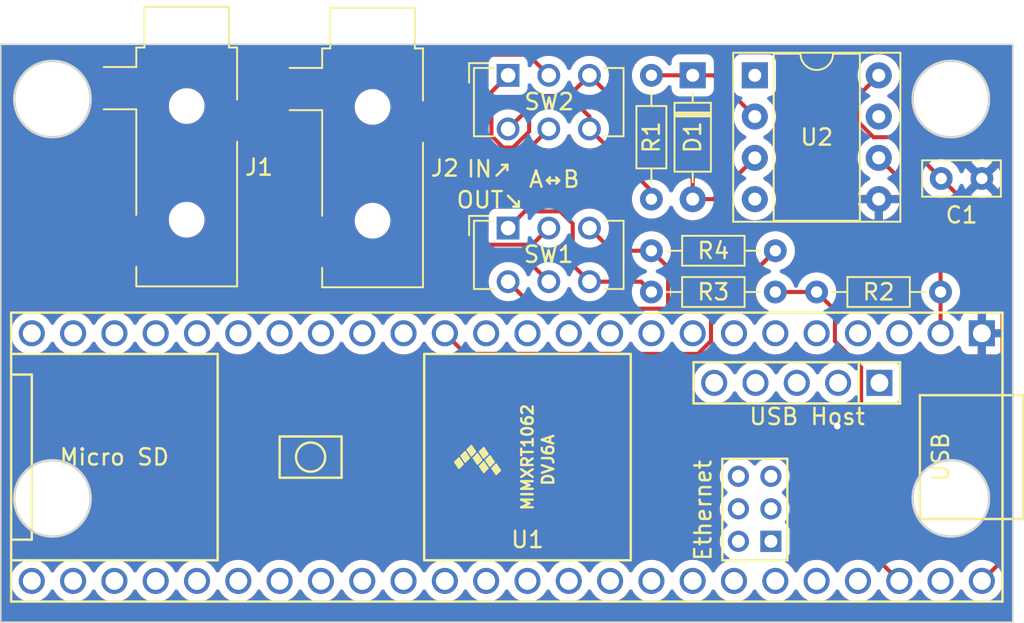
<source format=kicad_pcb>
(kicad_pcb (version 20221018) (generator pcbnew)
  (layers (0 "F.Cu" signal) (31 "B.Cu" signal) (34 "B.Paste" user) (35 "F.Paste" user) (36 "B.SilkS" user "B.Silkscreen") (37 "F.SilkS" user "F.Silkscreen") (38 "B.Mask" user) (39 "F.Mask" user) (44 "Edge.Cuts" user))
  (net 0 "")
  (net 1 "GND")
  (net 2 "+5V")
  (net 3 "Net-(D1-K)")
  (net 4 "Net-(D1-A)")
  (net 5 "MIDI_IN")
  (net 6 "+3.3V")
  (net 7 "MIDI_OUT")
  (net 66 "Net-(SW2A-B)")
  (net 67 "Net-(SW2B-B)")
  (net 68 "Net-(SW1B-B)")
  (net 69 "Net-(SW1A-B)")
  (net 70 "Net-(SW2A-A)")
  (net 71 "Net-(SW1A-A)")
  (net 72 "Net-(SW1A-C)")
  (footprint "Resistor_THT:R_Axial_DIN0204_L3.6mm_D1.6mm_P7.62mm_Horizontal" (layer "F.Cu") (at 154.305 76.2 180)
    (fp_text reference "R2" (at 3.81 0) (layer "F.SilkS"))
    (fp_text value "470")
    (fp_line (start 0.94 0) (end 1.89 0) (stroke (width 0.12)) (layer "F.SilkS"))
    (fp_line (start 1.89 -0.92) (end 1.89 0.92) (stroke (width 0.12)) (layer "F.SilkS"))
    (fp_line (start 1.89 0.92) (end 5.73 0.92) (stroke (width 0.12)) (layer "F.SilkS"))
    (fp_line (start 5.73 -0.92) (end 1.89 -0.92) (stroke (width 0.12)) (layer "F.SilkS"))
    (fp_line (start 5.73 0.92) (end 5.73 -0.92) (stroke (width 0.12)) (layer "F.SilkS"))
    (fp_line (start 6.68 0) (end 5.73 0) (stroke (width 0.12)) (layer "F.SilkS"))
    (pad "1" thru_hole circle (at 0 0 180) (size 1.4 1.4) (drill 0.7) (layers "*.Cu" "*.Mask") (net 5 "MIDI_IN"))
    (pad "2" thru_hole oval (at 7.62 0 180) (size 1.4 1.4) (drill 0.7) (layers "*.Cu" "*.Mask") (net 6 "+3.3V"))
  )
  (footprint "Button_Switch_THT:SW_CuK_JS202011CQN_DPDT_Straight" (layer "F.Cu") (at 127.715 72.265)
    (fp_text reference "SW1" (at 2.488241 1.622964) (layer "F.SilkS"))
    (fp_text value "OUT_CONFIG")
    (fp_line (start -2.4 -0.75) (end -2.4 0.45) (stroke (width 0.12)) (layer "F.SilkS"))
    (fp_line (start -2.1 -0.45) (end -2.1 3.75) (stroke (width 0.12)) (layer "F.SilkS"))
    (fp_line (start -2.1 3.75) (end -0.9 3.75) (stroke (width 0.12)) (layer "F.SilkS"))
    (fp_line (start -1.2 -0.75) (end -2.4 -0.75) (stroke (width 0.12)) (layer "F.SilkS"))
    (fp_line (start -0.9 -0.45) (end -2.1 -0.45) (stroke (width 0.12)) (layer "F.SilkS"))
    (fp_line (start 5.9 -0.45) (end 7.1 -0.45) (stroke (width 0.12)) (layer "F.SilkS"))
    (fp_line (start 7.1 -0.45) (end 7.1 3.75) (stroke (width 0.12)) (layer "F.SilkS"))
    (fp_line (start 7.1 3.75) (end 5.9 3.75) (stroke (width 0.12)) (layer "F.SilkS"))
    (pad "1" thru_hole rect (at 0 0) (size 1.4 1.4) (drill 0.9) (layers "*.Cu" "*.Mask") (net 71 "Net-(SW1A-A)"))
    (pad "2" thru_hole circle (at 2.5 0) (size 1.4 1.4) (drill 0.9) (layers "*.Cu" "*.Mask") (net 69 "Net-(SW1A-B)"))
    (pad "3" thru_hole circle (at 5 0) (size 1.4 1.4) (drill 0.9) (layers "*.Cu" "*.Mask") (net 72 "Net-(SW1A-C)"))
    (pad "4" thru_hole circle (at 0 3.3) (size 1.4 1.4) (drill 0.9) (layers "*.Cu" "*.Mask") (net 72 "Net-(SW1A-C)"))
    (pad "5" thru_hole circle (at 2.5 3.3) (size 1.4 1.4) (drill 0.9) (layers "*.Cu" "*.Mask") (net 68 "Net-(SW1B-B)"))
    (pad "6" thru_hole circle (at 5 3.3) (size 1.4 1.4) (drill 0.9) (layers "*.Cu" "*.Mask") (net 71 "Net-(SW1A-A)"))
  )
  (footprint "Resistor_THT:R_Axial_DIN0204_L3.6mm_D1.6mm_P7.62mm_Horizontal" (layer "F.Cu") (at 136.525 70.485 90)
    (fp_text reference "R1" (at 3.81 0 90) (layer "F.SilkS"))
    (fp_text value "220")
    (fp_line (start 0.94 0) (end 1.89 0) (stroke (width 0.12)) (layer "F.SilkS"))
    (fp_line (start 1.89 -0.92) (end 1.89 0.92) (stroke (width 0.12)) (layer "F.SilkS"))
    (fp_line (start 1.89 0.92) (end 5.73 0.92) (stroke (width 0.12)) (layer "F.SilkS"))
    (fp_line (start 5.73 -0.92) (end 1.89 -0.92) (stroke (width 0.12)) (layer "F.SilkS"))
    (fp_line (start 5.73 0.92) (end 5.73 -0.92) (stroke (width 0.12)) (layer "F.SilkS"))
    (fp_line (start 6.68 0) (end 5.73 0) (stroke (width 0.12)) (layer "F.SilkS"))
    (pad "1" thru_hole circle (at 0 0 90) (size 1.4 1.4) (drill 0.7) (layers "*.Cu" "*.Mask") (net 70 "Net-(SW2A-A)"))
    (pad "2" thru_hole oval (at 7.62 0 90) (size 1.4 1.4) (drill 0.7) (layers "*.Cu" "*.Mask") (net 3 "Net-(D1-K)"))
  )
  (footprint "Resistor_THT:R_Axial_DIN0204_L3.6mm_D1.6mm_P7.62mm_Horizontal" (layer "F.Cu") (at 136.525 76.2)
    (fp_text reference "R3" (at 3.81 0) (layer "F.SilkS"))
    (fp_text value "47")
    (fp_line (start 0.94 0) (end 1.89 0) (stroke (width 0.12)) (layer "F.SilkS"))
    (fp_line (start 1.89 -0.92) (end 1.89 0.92) (stroke (width 0.12)) (layer "F.SilkS"))
    (fp_line (start 1.89 0.92) (end 5.73 0.92) (stroke (width 0.12)) (layer "F.SilkS"))
    (fp_line (start 5.73 -0.92) (end 1.89 -0.92) (stroke (width 0.12)) (layer "F.SilkS"))
    (fp_line (start 5.73 0.92) (end 5.73 -0.92) (stroke (width 0.12)) (layer "F.SilkS"))
    (fp_line (start 6.68 0) (end 5.73 0) (stroke (width 0.12)) (layer "F.SilkS"))
    (pad "1" thru_hole circle (at 0 0) (size 1.4 1.4) (drill 0.7) (layers "*.Cu" "*.Mask") (net 71 "Net-(SW1A-A)"))
    (pad "2" thru_hole oval (at 7.62 0) (size 1.4 1.4) (drill 0.7) (layers "*.Cu" "*.Mask") (net 6 "+3.3V"))
  )
  (footprint "Connector_Audio:Jack_3.5mm_CUI_SJ-3523-SMT_Horizontal" (layer "F.Cu") (at 119.38 67.31)
    (fp_text reference "J2" (at 4.445 1.27) (layer "F.SilkS"))
    (fp_text value "OUT")
    (fp_line (start -3.1 -6.1) (end -2.6 -6.1) (stroke (width 0.12)) (layer "F.SilkS"))
    (fp_line (start -3.1 -4.9) (end -5.1 -4.9) (stroke (width 0.12)) (layer "F.SilkS"))
    (fp_line (start -3.1 -4.9) (end -3.1 -6.1) (stroke (width 0.12)) (layer "F.SilkS"))
    (fp_line (start -3.1 -2.3) (end -5.1 -2.3) (stroke (width 0.12)) (layer "F.SilkS"))
    (fp_line (start -3.1 4.2) (end -3.1 -2.3) (stroke (width 0.12)) (layer "F.SilkS"))
    (fp_line (start -3.1 8.6) (end -3.1 7.4) (stroke (width 0.12)) (layer "F.SilkS"))
    (fp_line (start -2.6 -8.6) (end 2.6 -8.6) (stroke (width 0.12)) (layer "F.SilkS"))
    (fp_line (start -2.6 -6.1) (end -2.6 -8.6) (stroke (width 0.12)) (layer "F.SilkS"))
    (fp_line (start 2.6 -8.6) (end 2.6 -6.1) (stroke (width 0.12)) (layer "F.SilkS"))
    (fp_line (start 2.6 -6.1) (end 3.1 -6.1) (stroke (width 0.12)) (layer "F.SilkS"))
    (fp_line (start 3.1 -6.1) (end 3.1 -2.9) (stroke (width 0.12)) (layer "F.SilkS"))
    (fp_line (start 3.1 -0.3) (end 3.1 8.6) (stroke (width 0.12)) (layer "F.SilkS"))
    (fp_line (start 3.1 8.6) (end -3.1 8.6) (stroke (width 0.12)) (layer "F.SilkS"))
    (pad "" np_thru_hole circle (at 0 -2.5) (size 1.7 1.7) (drill 1.7) (layers "*.Cu" "*.Mask"))
    (pad "" np_thru_hole circle (at 0 4.5) (size 1.7 1.7) (drill 1.7) (layers "*.Cu" "*.Mask"))
    (pad "R" smd rect (at 3.7 -1.6) (size 2.8 2.2) (layers "F.Cu" "F.Paste" "F.Mask") (net 68 "Net-(SW1B-B)"))
    (pad "S" smd rect (at -3.7 -3.6) (size 2.8 2.2) (layers "F.Cu" "F.Paste" "F.Mask") (net 1 "GND"))
    (pad "T" smd rect (at -3.7 5.8) (size 2.8 2.8) (layers "F.Cu" "F.Paste" "F.Mask") (net 69 "Net-(SW1A-B)"))
  )
  (footprint "Resistor_THT:R_Axial_DIN0204_L3.6mm_D1.6mm_P7.62mm_Horizontal" (layer "F.Cu") (at 144.145 73.66 180)
    (fp_text reference "R4" (at 3.81 0 180) (layer "F.SilkS"))
    (fp_text value "47")
    (fp_line (start 0.94 0) (end 1.89 0) (stroke (width 0.12)) (layer "F.SilkS"))
    (fp_line (start 1.89 -0.92) (end 1.89 0.92) (stroke (width 0.12)) (layer "F.SilkS"))
    (fp_line (start 1.89 0.92) (end 5.73 0.92) (stroke (width 0.12)) (layer "F.SilkS"))
    (fp_line (start 5.73 -0.92) (end 1.89 -0.92) (stroke (width 0.12)) (layer "F.SilkS"))
    (fp_line (start 5.73 0.92) (end 5.73 -0.92) (stroke (width 0.12)) (layer "F.SilkS"))
    (fp_line (start 6.68 0) (end 5.73 0) (stroke (width 0.12)) (layer "F.SilkS"))
    (pad "1" thru_hole circle (at 0 0 180) (size 1.4 1.4) (drill 0.7) (layers "*.Cu" "*.Mask") (net 7 "MIDI_OUT"))
    (pad "2" thru_hole oval (at 7.62 0 180) (size 1.4 1.4) (drill 0.7) (layers "*.Cu" "*.Mask") (net 72 "Net-(SW1A-C)"))
  )
  (footprint "Connector_Audio:Jack_3.5mm_CUI_SJ-3523-SMT_Horizontal" (layer "F.Cu") (at 107.95 67.255)
    (fp_text reference "J1" (at 4.445 1.27) (layer "F.SilkS"))
    (fp_text value "IN")
    (fp_line (start -3.1 -6.1) (end -2.6 -6.1) (stroke (width 0.12)) (layer "F.SilkS"))
    (fp_line (start -3.1 -4.9) (end -5.1 -4.9) (stroke (width 0.12)) (layer "F.SilkS"))
    (fp_line (start -3.1 -4.9) (end -3.1 -6.1) (stroke (width 0.12)) (layer "F.SilkS"))
    (fp_line (start -3.1 -2.3) (end -5.1 -2.3) (stroke (width 0.12)) (layer "F.SilkS"))
    (fp_line (start -3.1 4.2) (end -3.1 -2.3) (stroke (width 0.12)) (layer "F.SilkS"))
    (fp_line (start -3.1 8.6) (end -3.1 7.4) (stroke (width 0.12)) (layer "F.SilkS"))
    (fp_line (start -2.6 -8.6) (end 2.6 -8.6) (stroke (width 0.12)) (layer "F.SilkS"))
    (fp_line (start -2.6 -6.1) (end -2.6 -8.6) (stroke (width 0.12)) (layer "F.SilkS"))
    (fp_line (start 2.6 -8.6) (end 2.6 -6.1) (stroke (width 0.12)) (layer "F.SilkS"))
    (fp_line (start 2.6 -6.1) (end 3.1 -6.1) (stroke (width 0.12)) (layer "F.SilkS"))
    (fp_line (start 3.1 -6.1) (end 3.1 -2.9) (stroke (width 0.12)) (layer "F.SilkS"))
    (fp_line (start 3.1 -0.3) (end 3.1 8.6) (stroke (width 0.12)) (layer "F.SilkS"))
    (fp_line (start 3.1 8.6) (end -3.1 8.6) (stroke (width 0.12)) (layer "F.SilkS"))
    (pad "" np_thru_hole circle (at 0 -2.5) (size 1.7 1.7) (drill 1.7) (layers "*.Cu" "*.Mask"))
    (pad "" np_thru_hole circle (at 0 4.5) (size 1.7 1.7) (drill 1.7) (layers "*.Cu" "*.Mask"))
    (pad "R" smd rect (at 3.7 -1.6) (size 2.8 2.2) (layers "F.Cu" "F.Paste" "F.Mask") (net 66 "Net-(SW2A-B)"))
    (pad "S" smd rect (at -3.7 -3.6) (size 2.8 2.2) (layers "F.Cu" "F.Paste" "F.Mask"))
    (pad "T" smd rect (at -3.7 5.8) (size 2.8 2.8) (layers "F.Cu" "F.Paste" "F.Mask") (net 67 "Net-(SW2B-B)"))
  )
  (footprint "Capacitor_THT:C_Rect_L4.6mm_W2.0mm_P2.50mm_MKS02_FKP02" (layer "F.Cu") (at 156.845 69.215 180)
    (fp_text reference "C1" (at 1.25 -2.25) (layer "F.SilkS"))
    (fp_text value "0.1uF")
    (fp_line (start -1.17 -1.12) (end -1.17 1.12) (stroke (width 0.12)) (layer "F.SilkS"))
    (fp_line (start -1.17 -1.12) (end 3.67 -1.12) (stroke (width 0.12)) (layer "F.SilkS"))
    (fp_line (start -1.17 1.12) (end 3.67 1.12) (stroke (width 0.12)) (layer "F.SilkS"))
    (fp_line (start 3.67 -1.12) (end 3.67 1.12) (stroke (width 0.12)) (layer "F.SilkS"))
    (pad "1" thru_hole circle (at 0 0 180) (size 1.4 1.4) (drill 0.7) (layers "*.Cu" "*.Mask") (net 1 "GND"))
    (pad "2" thru_hole circle (at 2.5 0 180) (size 1.4 1.4) (drill 0.7) (layers "*.Cu" "*.Mask") (net 2 "+5V"))
  )
  (footprint "Button_Switch_THT:SW_CuK_JS202011CQN_DPDT_Straight" (layer "F.Cu") (at 127.715 62.865)
    (fp_text reference "SW2" (at 2.521802 1.625872) (layer "F.SilkS"))
    (fp_text value "IN_CONFIG")
    (fp_line (start -2.4 -0.75) (end -2.4 0.45) (stroke (width 0.12)) (layer "F.SilkS"))
    (fp_line (start -2.1 -0.45) (end -2.1 3.75) (stroke (width 0.12)) (layer "F.SilkS"))
    (fp_line (start -2.1 3.75) (end -0.9 3.75) (stroke (width 0.12)) (layer "F.SilkS"))
    (fp_line (start -1.2 -0.75) (end -2.4 -0.75) (stroke (width 0.12)) (layer "F.SilkS"))
    (fp_line (start -0.9 -0.45) (end -2.1 -0.45) (stroke (width 0.12)) (layer "F.SilkS"))
    (fp_line (start 5.9 -0.45) (end 7.1 -0.45) (stroke (width 0.12)) (layer "F.SilkS"))
    (fp_line (start 7.1 -0.45) (end 7.1 3.75) (stroke (width 0.12)) (layer "F.SilkS"))
    (fp_line (start 7.1 3.75) (end 5.9 3.75) (stroke (width 0.12)) (layer "F.SilkS"))
    (pad "1" thru_hole rect (at 0 0) (size 1.4 1.4) (drill 0.9) (layers "*.Cu" "*.Mask") (net 70 "Net-(SW2A-A)"))
    (pad "2" thru_hole circle (at 2.5 0) (size 1.4 1.4) (drill 0.9) (layers "*.Cu" "*.Mask") (net 66 "Net-(SW2A-B)"))
    (pad "3" thru_hole circle (at 5 0) (size 1.4 1.4) (drill 0.9) (layers "*.Cu" "*.Mask") (net 4 "Net-(D1-A)"))
    (pad "4" thru_hole circle (at 0 3.3) (size 1.4 1.4) (drill 0.9) (layers "*.Cu" "*.Mask") (net 4 "Net-(D1-A)"))
    (pad "5" thru_hole circle (at 2.5 3.3) (size 1.4 1.4) (drill 0.9) (layers "*.Cu" "*.Mask") (net 67 "Net-(SW2B-B)"))
    (pad "6" thru_hole circle (at 5 3.3) (size 1.4 1.4) (drill 0.9) (layers "*.Cu" "*.Mask") (net 70 "Net-(SW2A-A)"))
  )
  (footprint "Diode_THT:D_DO-35_SOD27_P7.62mm_Horizontal" (layer "F.Cu") (at 139.065 62.865 -90)
    (fp_text reference "D1" (at 3.81 0 90) (layer "F.SilkS"))
    (fp_text value "1N4148")
    (fp_line (start 1.04 0) (end 1.69 0) (stroke (width 0.12)) (layer "F.SilkS"))
    (fp_line (start 1.69 -1.12) (end 1.69 1.12) (stroke (width 0.12)) (layer "F.SilkS"))
    (fp_line (start 1.69 1.12) (end 5.93 1.12) (stroke (width 0.12)) (layer "F.SilkS"))
    (fp_line (start 2.29 -1.12) (end 2.29 1.12) (stroke (width 0.12)) (layer "F.SilkS"))
    (fp_line (start 2.41 -1.12) (end 2.41 1.12) (stroke (width 0.12)) (layer "F.SilkS"))
    (fp_line (start 2.53 -1.12) (end 2.53 1.12) (stroke (width 0.12)) (layer "F.SilkS"))
    (fp_line (start 5.93 -1.12) (end 1.69 -1.12) (stroke (width 0.12)) (layer "F.SilkS"))
    (fp_line (start 5.93 1.12) (end 5.93 -1.12) (stroke (width 0.12)) (layer "F.SilkS"))
    (fp_line (start 6.58 0) (end 5.93 0) (stroke (width 0.12)) (layer "F.SilkS"))
    (pad "1" thru_hole rect (at 0 0 270) (size 1.6 1.6) (drill 0.8) (layers "*.Cu" "*.Mask") (net 3 "Net-(D1-K)"))
    (pad "2" thru_hole oval (at 7.62 0 270) (size 1.6 1.6) (drill 0.8) (layers "*.Cu" "*.Mask") (net 4 "Net-(D1-A)"))
  )
  (footprint "Package_DIP:DIP-8_W7.62mm_Socket" (layer "F.Cu") (at 142.885 62.865)
    (fp_text reference "U2" (at 3.81 3.81) (layer "F.SilkS"))
    (fp_text value "6N138")
    (fp_line (start -1.33 -1.39) (end -1.33 9.01) (stroke (width 0.12)) (layer "F.SilkS"))
    (fp_line (start -1.33 9.01) (end 8.95 9.01) (stroke (width 0.12)) (layer "F.SilkS"))
    (fp_line (start 1.16 -1.33) (end 1.16 8.95) (stroke (width 0.12)) (layer "F.SilkS"))
    (fp_line (start 1.16 8.95) (end 6.46 8.95) (stroke (width 0.12)) (layer "F.SilkS"))
    (fp_line (start 2.81 -1.33) (end 1.16 -1.33) (stroke (width 0.12)) (layer "F.SilkS"))
    (fp_line (start 6.46 -1.33) (end 4.81 -1.33) (stroke (width 0.12)) (layer "F.SilkS"))
    (fp_line (start 6.46 8.95) (end 6.46 -1.33) (stroke (width 0.12)) (layer "F.SilkS"))
    (fp_line (start 8.95 -1.39) (end -1.33 -1.39) (stroke (width 0.12)) (layer "F.SilkS"))
    (fp_line (start 8.95 9.01) (end 8.95 -1.39) (stroke (width 0.12)) (layer "F.SilkS"))
    (fp_arc (start 4.81 -1.33) (mid 3.81 -0.33) (end 2.81 -1.33) (stroke (width 0.12)) (layer "F.SilkS"))
    (pad "1" thru_hole rect (at 0 0) (size 1.6 1.6) (drill 0.8) (layers "*.Cu" "*.Mask"))
    (pad "2" thru_hole oval (at 0 2.54) (size 1.6 1.6) (drill 0.8) (layers "*.Cu" "*.Mask") (net 3 "Net-(D1-K)"))
    (pad "3" thru_hole oval (at 0 5.08) (size 1.6 1.6) (drill 0.8) (layers "*.Cu" "*.Mask") (net 4 "Net-(D1-A)"))
    (pad "4" thru_hole oval (at 0 7.62) (size 1.6 1.6) (drill 0.8) (layers "*.Cu" "*.Mask"))
    (pad "5" thru_hole oval (at 7.62 7.62) (size 1.6 1.6) (drill 0.8) (layers "*.Cu" "*.Mask") (net 1 "GND"))
    (pad "6" thru_hole oval (at 7.62 5.08) (size 1.6 1.6) (drill 0.8) (layers "*.Cu" "*.Mask") (net 5 "MIDI_IN"))
    (pad "7" thru_hole oval (at 7.62 2.54) (size 1.6 1.6) (drill 0.8) (layers "*.Cu" "*.Mask"))
    (pad "8" thru_hole oval (at 7.62 0) (size 1.6 1.6) (drill 0.8) (layers "*.Cu" "*.Mask") (net 2 "+5V"))
  )
  (footprint "teensy:Teensy41" (layer "F.Cu") (at 127.635 86.36 180)
    (fp_text reference "U1" (at -1.27 -5.08) (layer "F.SilkS"))
    (fp_text value "Teensy4.1")
    (fp_text user "USB" (at -26.67 0 90) (layer "F.SilkS"))
    (fp_text user "Micro SD" (at 24.13 0) (layer "F.SilkS"))
    (fp_text user "USB Host" (at -18.4658 2.4892) (layer "F.SilkS"))
    (fp_text user "Ethernet" (at -12.065 -3.2766 90) (layer "F.SilkS"))
    (fp_text user "MIMXRT1062" (at -1.27 0 90) (layer "F.SilkS") (effects (font (size 0.7 0.7))))
    (fp_text user "DVJ6A" (at -2.54 -0.18 90) (layer "F.SilkS") (effects (font (size 0.7 0.7))))
    (fp_line (start -31.75 -3.81) (end -30.48 -3.81) (stroke (width 0.15)) (layer "F.SilkS"))
    (fp_line (start -31.75 3.81) (end -31.75 -3.81) (stroke (width 0.15)) (layer "F.SilkS"))
    (fp_line (start -30.48 -8.89) (end 30.48 -8.89) (stroke (width 0.15)) (layer "F.SilkS"))
    (fp_line (start -30.48 3.81) (end -31.75 3.81) (stroke (width 0.15)) (layer "F.SilkS"))
    (fp_line (start -30.48 8.89) (end -30.48 -8.89) (stroke (width 0.15)) (layer "F.SilkS"))
    (fp_line (start -25.4 -3.81) (end -30.48 -3.81) (stroke (width 0.15)) (layer "F.SilkS"))
    (fp_line (start -25.4 3.81) (end -30.48 3.81) (stroke (width 0.15)) (layer "F.SilkS"))
    (fp_line (start -25.4 3.81) (end -25.4 -3.81) (stroke (width 0.15)) (layer "F.SilkS"))
    (fp_line (start -24.1808 3.2992) (end -21.6408 3.2992) (stroke (width 0.15)) (layer "F.SilkS"))
    (fp_line (start -24.1808 3.2992) (end -11.4808 3.2992) (stroke (width 0.15)) (layer "F.SilkS"))
    (fp_line (start -24.1808 5.8392) (end -24.1808 3.2992) (stroke (width 0.15)) (layer "F.SilkS"))
    (fp_line (start -21.6408 3.2992) (end -21.6408 5.8392) (stroke (width 0.15)) (layer "F.SilkS"))
    (fp_line (start -17.25 -6.3516) (end -17.25 -6.1016) (stroke (width 0.15)) (layer "F.SilkS"))
    (fp_line (start -17.25 -6.1016) (end -17.25 -0.1016) (stroke (width 0.15)) (layer "F.SilkS"))
    (fp_line (start -17.25 -0.1016) (end -13.25 -0.1016) (stroke (width 0.15)) (layer "F.SilkS"))
    (fp_line (start -13.25 -6.3516) (end -17.25 -6.3516) (stroke (width 0.15)) (layer "F.SilkS"))
    (fp_line (start -13.25 -0.1016) (end -13.25 -6.3516) (stroke (width 0.15)) (layer "F.SilkS"))
    (fp_line (start -11.4808 3.2992) (end -11.4808 5.8392) (stroke (width 0.15)) (layer "F.SilkS"))
    (fp_line (start -11.4808 5.8392) (end -24.1808 5.8392) (stroke (width 0.15)) (layer "F.SilkS"))
    (fp_line (start -7.62 -6.35) (end -7.62 6.35) (stroke (width 0.15)) (layer "F.SilkS"))
    (fp_line (start -7.62 6.35) (end 5.08 6.35) (stroke (width 0.15)) (layer "F.SilkS"))
    (fp_line (start 5.08 -6.35) (end -7.62 -6.35) (stroke (width 0.15)) (layer "F.SilkS"))
    (fp_line (start 5.08 6.35) (end 5.08 -6.35) (stroke (width 0.15)) (layer "F.SilkS"))
    (fp_line (start 10.16 -1.27) (end 13.97 -1.27) (stroke (width 0.15)) (layer "F.SilkS"))
    (fp_line (start 10.16 1.27) (end 10.16 -1.27) (stroke (width 0.15)) (layer "F.SilkS"))
    (fp_line (start 13.97 -1.27) (end 13.97 1.27) (stroke (width 0.15)) (layer "F.SilkS"))
    (fp_line (start 13.97 1.27) (end 10.16 1.27) (stroke (width 0.15)) (layer "F.SilkS"))
    (fp_line (start 17.78 -6.35) (end 17.78 6.35) (stroke (width 0.15)) (layer "F.SilkS"))
    (fp_line (start 17.78 6.35) (end 30.48 6.35) (stroke (width 0.15)) (layer "F.SilkS"))
    (fp_line (start 29.21 -5.08) (end 29.21 5.08) (stroke (width 0.15)) (layer "F.SilkS"))
    (fp_line (start 29.21 5.08) (end 30.48 5.08) (stroke (width 0.15)) (layer "F.SilkS"))
    (fp_line (start 30.48 -8.89) (end 30.48 8.89) (stroke (width 0.15)) (layer "F.SilkS"))
    (fp_line (start 30.48 -6.35) (end 17.78 -6.35) (stroke (width 0.15)) (layer "F.SilkS"))
    (fp_line (start 30.48 -5.08) (end 29.21 -5.08) (stroke (width 0.15)) (layer "F.SilkS"))
    (fp_line (start 30.48 8.89) (end -30.48 8.89) (stroke (width 0.15)) (layer "F.SilkS"))
    (fp_circle (center 12.065 0) (end 12.7 -0.635) (stroke (width 0.15)) (fill none) (layer "F.SilkS"))
    (fp_poly (pts (xy 0.911 -0.688) (xy 0.657 -0.434) (xy 0.403 -0.815) (xy 0.657 -1.069)) (stroke (width 0.1)) (fill solid) (layer "F.SilkS"))
    (fp_poly (pts (xy 1.292 -0.18) (xy 1.038 0.074) (xy 0.784 -0.307) (xy 1.038 -0.561)) (stroke (width 0.1)) (fill solid) (layer "F.SilkS"))
    (fp_poly (pts (xy 1.673 -0.561) (xy 1.419 -0.307) (xy 1.165 -0.688) (xy 1.419 -0.942)) (stroke (width 0.1)) (fill solid) (layer "F.SilkS"))
    (fp_poly (pts (xy 1.673 0.328) (xy 1.419 0.582) (xy 1.165 0.201) (xy 1.419 -0.053)) (stroke (width 0.1)) (fill solid) (layer "F.SilkS"))
    (fp_poly (pts (xy 2.054 -0.053) (xy 1.8 0.201) (xy 1.546 -0.18) (xy 1.8 -0.434)) (stroke (width 0.1)) (fill solid) (layer "F.SilkS"))
    (fp_poly (pts (xy 2.435 0.455) (xy 2.181 0.709) (xy 1.927 0.328) (xy 2.181 0.074)) (stroke (width 0.1)) (fill solid) (layer "F.SilkS"))
    (fp_poly (pts (xy 2.816 0.074) (xy 2.562 0.328) (xy 2.308 -0.053) (xy 2.562 -0.307)) (stroke (width 0.1)) (fill solid) (layer "F.SilkS"))
    (fp_poly (pts (xy 3.197 -0.307) (xy 2.943 -0.053) (xy 2.689 -0.434) (xy 2.943 -0.688)) (stroke (width 0.1)) (fill solid) (layer "F.SilkS"))
    (pad "1" thru_hole rect (at -29.21 7.62 180) (size 1.6 1.6) (drill 1.1) (layers "*.Cu" "*.Mask") (net 1 "GND"))
    (pad "2" thru_hole circle (at -26.67 7.62 180) (size 1.6 1.6) (drill 1.1) (layers "*.Cu" "*.Mask") (net 5 "MIDI_IN"))
    (pad "3" thru_hole circle (at -24.13 7.62 180) (size 1.6 1.6) (drill 1.1) (layers "*.Cu" "*.Mask"))
    (pad "4" thru_hole circle (at -21.59 7.62 180) (size 1.6 1.6) (drill 1.1) (layers "*.Cu" "*.Mask"))
    (pad "5" thru_hole circle (at -19.05 7.62 180) (size 1.6 1.6) (drill 1.1) (layers "*.Cu" "*.Mask"))
    (pad "6" thru_hole circle (at -16.51 7.62 180) (size 1.6 1.6) (drill 1.1) (layers "*.Cu" "*.Mask"))
    (pad "7" thru_hole circle (at -13.97 7.62 180) (size 1.6 1.6) (drill 1.1) (layers "*.Cu" "*.Mask"))
    (pad "8" thru_hole circle (at -11.43 7.62 180) (size 1.6 1.6) (drill 1.1) (layers "*.Cu" "*.Mask"))
    (pad "9" thru_hole circle (at -8.89 7.62 180) (size 1.6 1.6) (drill 1.1) (layers "*.Cu" "*.Mask"))
    (pad "10" thru_hole circle (at -6.35 7.62 180) (size 1.6 1.6) (drill 1.1) (layers "*.Cu" "*.Mask"))
    (pad "11" thru_hole circle (at -3.81 7.62 180) (size 1.6 1.6) (drill 1.1) (layers "*.Cu" "*.Mask"))
    (pad "12" thru_hole circle (at -1.27 7.62 180) (size 1.6 1.6) (drill 1.1) (layers "*.Cu" "*.Mask"))
    (pad "13" thru_hole circle (at 1.27 7.62 180) (size 1.6 1.6) (drill 1.1) (layers "*.Cu" "*.Mask"))
    (pad "14" thru_hole circle (at 3.81 7.62 180) (size 1.6 1.6) (drill 1.1) (layers "*.Cu" "*.Mask") (net 7 "MIDI_OUT"))
    (pad "15" thru_hole circle (at 6.35 7.62 180) (size 1.6 1.6) (drill 1.1) (layers "*.Cu" "*.Mask"))
    (pad "16" thru_hole circle (at 8.89 7.62 180) (size 1.6 1.6) (drill 1.1) (layers "*.Cu" "*.Mask"))
    (pad "17" thru_hole circle (at 11.43 7.62 180) (size 1.6 1.6) (drill 1.1) (layers "*.Cu" "*.Mask"))
    (pad "18" thru_hole circle (at 13.97 7.62 180) (size 1.6 1.6) (drill 1.1) (layers "*.Cu" "*.Mask"))
    (pad "19" thru_hole circle (at 16.51 7.62 180) (size 1.6 1.6) (drill 1.1) (layers "*.Cu" "*.Mask"))
    (pad "20" thru_hole circle (at 19.05 7.62 180) (size 1.6 1.6) (drill 1.1) (layers "*.Cu" "*.Mask"))
    (pad "21" thru_hole circle (at 21.59 7.62 180) (size 1.6 1.6) (drill 1.1) (layers "*.Cu" "*.Mask"))
    (pad "22" thru_hole circle (at 24.13 7.62 180) (size 1.6 1.6) (drill 1.1) (layers "*.Cu" "*.Mask"))
    (pad "23" thru_hole circle (at 26.67 7.62 180) (size 1.6 1.6) (drill 1.1) (layers "*.Cu" "*.Mask"))
    (pad "24" thru_hole circle (at 29.21 7.62 180) (size 1.6 1.6) (drill 1.1) (layers "*.Cu" "*.Mask"))
    (pad "25" thru_hole circle (at 29.21 -7.62 180) (size 1.6 1.6) (drill 1.1) (layers "*.Cu" "*.Mask"))
    (pad "26" thru_hole circle (at 26.67 -7.62 180) (size 1.6 1.6) (drill 1.1) (layers "*.Cu" "*.Mask"))
    (pad "27" thru_hole circle (at 24.13 -7.62 180) (size 1.6 1.6) (drill 1.1) (layers "*.Cu" "*.Mask"))
    (pad "28" thru_hole circle (at 21.59 -7.62 180) (size 1.6 1.6) (drill 1.1) (layers "*.Cu" "*.Mask"))
    (pad "29" thru_hole circle (at 19.05 -7.62 180) (size 1.6 1.6) (drill 1.1) (layers "*.Cu" "*.Mask"))
    (pad "30" thru_hole circle (at 16.51 -7.62 180) (size 1.6 1.6) (drill 1.1) (layers "*.Cu" "*.Mask"))
    (pad "31" thru_hole circle (at 13.97 -7.62 180) (size 1.6 1.6) (drill 1.1) (layers "*.Cu" "*.Mask"))
    (pad "32" thru_hole circle (at 11.43 -7.62 180) (size 1.6 1.6) (drill 1.1) (layers "*.Cu" "*.Mask"))
    (pad "33" thru_hole circle (at 8.89 -7.62 180) (size 1.6 1.6) (drill 1.1) (layers "*.Cu" "*.Mask"))
    (pad "34" thru_hole circle (at 6.35 -7.62 180) (size 1.6 1.6) (drill 1.1) (layers "*.Cu" "*.Mask"))
    (pad "35" thru_hole circle (at 3.81 -7.62 180) (size 1.6 1.6) (drill 1.1) (layers "*.Cu" "*.Mask"))
    (pad "36" thru_hole circle (at 1.27 -7.62 180) (size 1.6 1.6) (drill 1.1) (layers "*.Cu" "*.Mask"))
    (pad "37" thru_hole circle (at -1.27 -7.62 180) (size 1.6 1.6) (drill 1.1) (layers "*.Cu" "*.Mask"))
    (pad "38" thru_hole circle (at -3.81 -7.62 180) (size 1.6 1.6) (drill 1.1) (layers "*.Cu" "*.Mask"))
    (pad "39" thru_hole circle (at -6.35 -7.62 180) (size 1.6 1.6) (drill 1.1) (layers "*.Cu" "*.Mask"))
    (pad "40" thru_hole circle (at -8.89 -7.62 180) (size 1.6 1.6) (drill 1.1) (layers "*.Cu" "*.Mask"))
    (pad "41" thru_hole circle (at -11.43 -7.62 180) (size 1.6 1.6) (drill 1.1) (layers "*.Cu" "*.Mask"))
    (pad "42" thru_hole circle (at -13.97 -7.62 180) (size 1.6 1.6) (drill 1.1) (layers "*.Cu" "*.Mask"))
    (pad "43" thru_hole circle (at -16.51 -7.62 180) (size 1.6 1.6) (drill 1.1) (layers "*.Cu" "*.Mask"))
    (pad "44" thru_hole circle (at -19.05 -7.62 180) (size 1.6 1.6) (drill 1.1) (layers "*.Cu" "*.Mask"))
    (pad "45" thru_hole circle (at -21.59 -7.62 180) (size 1.6 1.6) (drill 1.1) (layers "*.Cu" "*.Mask"))
    (pad "46" thru_hole circle (at -24.13 -7.62 180) (size 1.6 1.6) (drill 1.1) (layers "*.Cu" "*.Mask") (net 6 "+3.3V"))
    (pad "47" thru_hole circle (at -26.67 -7.62 180) (size 1.6 1.6) (drill 1.1) (layers "*.Cu" "*.Mask"))
    (pad "48" thru_hole circle (at -29.21 -7.62 180) (size 1.6 1.6) (drill 1.1) (layers "*.Cu" "*.Mask") (net 2 "+5V"))
    (pad "55" thru_hole rect (at -22.9108 4.5692 180) (size 1.6 1.6) (drill 1.1) (layers "*.Cu" "*.Mask"))
    (pad "56" thru_hole circle (at -20.3708 4.5692 180) (size 1.6 1.6) (drill 1.1) (layers "*.Cu" "*.Mask"))
    (pad "57" thru_hole circle (at -17.8308 4.5692 180) (size 1.6 1.6) (drill 1.1) (layers "*.Cu" "*.Mask"))
    (pad "58" thru_hole circle (at -15.2908 4.5692 180) (size 1.6 1.6) (drill 1.1) (layers "*.Cu" "*.Mask"))
    (pad "59" thru_hole circle (at -12.7508 4.5692 180) (size 1.6 1.6) (drill 1.1) (layers "*.Cu" "*.Mask"))
    (pad "60" thru_hole rect (at -16.24 -5.1816 180) (size 1.3 1.3) (drill 0.8) (layers "*.Cu" "*.Mask"))
    (pad "61" thru_hole circle (at -16.24 -3.1816 180) (size 1.3 1.3) (drill 0.8) (layers "*.Cu" "*.Mask"))
    (pad "62" thru_hole circle (at -16.24 -1.1816 180) (size 1.3 1.3) (drill 0.8) (layers "*.Cu" "*.Mask"))
    (pad "63" thru_hole circle (at -14.24 -1.1816 180) (size 1.3 1.3) (drill 0.8) (layers "*.Cu" "*.Mask"))
    (pad "64" thru_hole circle (at -14.24 -3.1816 180) (size 1.3 1.3) (drill 0.8) (layers "*.Cu" "*.Mask"))
    (pad "65" thru_hole circle (at -14.24 -5.1816 180) (size 1.3 1.3) (drill 0.8) (layers "*.Cu" "*.Mask"))
  )
  (gr_line (start 96.52 96.52) (end 96.52 60.96) (stroke (width 0.1)) (layer "Edge.Cuts"))
  (gr_line (start 158.75 60.96) (end 158.75 96.52) (stroke (width 0.1)) (layer "Edge.Cuts"))
  (gr_circle (center 154.94 64.325) (end 157.29 64.325) (stroke (width 0.15)) (fill none) (layer "Edge.Cuts"))
  (gr_circle (center 154.94 88.9) (end 157.29 88.9) (stroke (width 0.15)) (fill none) (layer "Edge.Cuts"))
  (gr_circle (center 99.695 64.325) (end 102.045 64.325) (stroke (width 0.15)) (fill none) (layer "Edge.Cuts"))
  (gr_circle (center 99.695 88.9) (end 102.045 88.9) (stroke (width 0.15)) (fill none) (layer "Edge.Cuts"))
  (gr_line (start 158.75 96.52) (end 96.52 96.52) (stroke (width 0.1)) (layer "Edge.Cuts"))
  (gr_line (start 96.52 60.96) (end 158.75 60.96) (stroke (width 0.1)) (layer "Edge.Cuts"))
  (gr_text "OUT↘" (at 124.46 71.12) (layer "F.SilkS") (effects (font (size 1 1)) (justify left bottom)))
  (gr_text "IN↗" (at 125.095 69.215) (layer "F.SilkS") (effects (font (size 1 1)) (justify left bottom)))
  (gr_text "A↔B" (at 128.905 69.85) (layer "F.SilkS") (effects (font (size 1 1)) (justify left bottom)))
  (via (at 147.955 84.455) (size 0.8) (drill 0.4) (layers "F.Cu" "B.Cu") (net 1))
  (segment (start 156.845 93.98) (end 158.115 92.71) (width 0.25) (layer "F.Cu") (net 2))
  (segment (start 149.225 64.145) (end 149.225 65.715991) (width 0.25) (layer "F.Cu") (net 2))
  (segment (start 150.505 62.865) (end 149.225 64.145) (width 0.25) (layer "F.Cu") (net 2))
  (segment (start 149.225 65.715991) (end 150.184009 66.675) (width 0.25) (layer "F.Cu") (net 2))
  (segment (start 158.115 72.985) (end 158.115 76.2) (width 0.25) (layer "F.Cu") (net 2))
  (segment (start 154.345 69.215) (end 158.115 72.985) (width 0.25) (layer "F.Cu") (net 2))
  (segment (start 150.184009 66.675) (end 151.805 66.675) (width 0.25) (layer "F.Cu") (net 2))
  (segment (start 151.805 66.675) (end 154.345 69.215) (width 0.25) (layer "F.Cu") (net 2))
  (segment (start 158.115 92.71) (end 158.115 76.2) (width 0.25) (layer "F.Cu") (net 2))
  (segment (start 139.065 62.865) (end 140.345 62.865) (width 0.25) (layer "F.Cu") (net 3))
  (segment (start 136.525 62.865) (end 139.065 62.865) (width 0.25) (layer "F.Cu") (net 3))
  (segment (start 140.345 62.865) (end 142.885 65.405) (width 0.25) (layer "F.Cu") (net 3))
  (segment (start 127.715 66.165) (end 129.745 64.135) (width 0.25) (layer "F.Cu") (net 4))
  (segment (start 131.445 64.135) (end 132.715 62.865) (width 0.25) (layer "F.Cu") (net 4))
  (segment (start 140.97 69.85) (end 140.98 69.85) (width 0.25) (layer "F.Cu") (net 4))
  (segment (start 129.745 64.135) (end 131.445 64.135) (width 0.25) (layer "F.Cu") (net 4))
  (segment (start 140.98 69.85) (end 142.885 67.945) (width 0.25) (layer "F.Cu") (net 4))
  (segment (start 140.335 70.485) (end 140.97 69.85) (width 0.25) (layer "F.Cu") (net 4))
  (segment (start 139.065 70.485) (end 140.335 70.485) (width 0.25) (layer "F.Cu") (net 4))
  (segment (start 139.065 69.215) (end 139.065 70.485) (width 0.25) (layer "F.Cu") (net 4))
  (segment (start 132.715 62.865) (end 139.065 69.215) (width 0.25) (layer "F.Cu") (net 4))
  (segment (start 154.305 76.2) (end 154.305 78.74) (width 0.25) (layer "F.Cu") (net 5))
  (segment (start 154.305 71.745) (end 154.305 76.2) (width 0.25) (layer "F.Cu") (net 5))
  (segment (start 150.505 67.945) (end 154.305 71.745) (width 0.25) (layer "F.Cu") (net 5))
  (segment (start 147.81 77.325) (end 147.81 79.23) (width 0.25) (layer "F.Cu") (net 6))
  (segment (start 146.685 76.2) (end 147.81 77.325) (width 0.25) (layer "F.Cu") (net 6))
  (segment (start 147.81 79.23) (end 149.4208 80.8408) (width 0.25) (layer "F.Cu") (net 6))
  (segment (start 144.145 76.2) (end 146.685 76.2) (width 0.25) (layer "F.Cu") (net 6))
  (segment (start 149.4208 91.6358) (end 151.765 93.98) (width 0.25) (layer "F.Cu") (net 6))
  (segment (start 149.4208 80.8408) (end 149.4208 91.6358) (width 0.25) (layer "F.Cu") (net 6))
  (segment (start 125.095 80.01) (end 123.825 78.74) (width 0.25) (layer "F.Cu") (net 7))
  (segment (start 144.145 73.66) (end 140.19 77.615) (width 0.25) (layer "F.Cu") (net 7))
  (segment (start 139.385991 80.01) (end 125.095 80.01) (width 0.25) (layer "F.Cu") (net 7))
  (segment (start 140.19 77.615) (end 140.19 79.205991) (width 0.25) (layer "F.Cu") (net 7))
  (segment (start 140.19 79.205991) (end 139.385991 80.01) (width 0.25) (layer "F.Cu") (net 7))
  (segment (start 130.215 62.865) (end 128.945 61.595) (width 0.25) (layer "F.Cu") (net 66))
  (segment (start 111.65 62.975) (end 111.65 65.655) (width 0.25) (layer "F.Cu") (net 66))
  (segment (start 128.945 61.595) (end 113.03 61.595) (width 0.25) (layer "F.Cu") (net 66))
  (segment (start 113.03 61.595) (end 111.65 62.975) (width 0.25) (layer "F.Cu") (net 66))
  (segment (start 125.29 66.235) (end 125.29 64.77) (width 0.25) (layer "F.Cu") (net 67))
  (segment (start 126.815 67.76) (end 125.29 66.235) (width 0.25) (layer "F.Cu") (net 67))
  (segment (start 113.665 66.79) (end 110.605 69.85) (width 0.25) (layer "F.Cu") (net 67))
  (segment (start 110.605 69.85) (end 107.455 69.85) (width 0.25) (layer "F.Cu") (net 67))
  (segment (start 114.009302 62.230698) (end 113.665 62.575) (width 0.25) (layer "F.Cu") (net 67))
  (segment (start 125.29 64.77) (end 122.750698 62.230698) (width 0.25) (layer "F.Cu") (net 67))
  (segment (start 130.215 66.165) (end 128.62 67.76) (width 0.25) (layer "F.Cu") (net 67))
  (segment (start 113.665 62.575) (end 113.665 66.79) (width 0.25) (layer "F.Cu") (net 67))
  (segment (start 122.750698 62.230698) (end 114.009302 62.230698) (width 0.25) (layer "F.Cu") (net 67))
  (segment (start 107.455 69.85) (end 104.25 73.055) (width 0.25) (layer "F.Cu") (net 67))
  (segment (start 128.62 67.76) (end 126.815 67.76) (width 0.25) (layer "F.Cu") (net 67))
  (segment (start 120.845 67.945) (end 123.08 65.71) (width 0.25) (layer "F.Cu") (net 68))
  (segment (start 114.05 74.93) (end 113.955 74.835) (width 0.25) (layer "F.Cu") (net 68))
  (segment (start 130.215 75.565) (end 130.175 75.565) (width 0.25) (layer "F.Cu") (net 68))
  (segment (start 118.5 73.74) (end 117.31 74.93) (width 0.25) (layer "F.Cu") (net 68))
  (segment (start 130.215 75.565) (end 128.39 73.74) (width 0.25) (layer "F.Cu") (net 68))
  (segment (start 117.395 67.945) (end 120.845 67.945) (width 0.25) (layer "F.Cu") (net 68))
  (segment (start 113.955 71.385) (end 117.395 67.945) (width 0.25) (layer "F.Cu") (net 68))
  (segment (start 128.39 73.74) (end 118.5 73.74) (width 0.25) (layer "F.Cu") (net 68))
  (segment (start 117.31 74.93) (end 114.05 74.93) (width 0.25) (layer "F.Cu") (net 68))
  (segment (start 113.955 74.835) (end 113.955 71.385) (width 0.25) (layer "F.Cu") (net 68))
  (segment (start 129.19 73.29) (end 130.215 72.265) (width 0.25) (layer "F.Cu") (net 69))
  (segment (start 115.68 73.11) (end 115.86 73.29) (width 0.25) (layer "F.Cu") (net 69))
  (segment (start 115.86 73.29) (end 129.19 73.29) (width 0.25) (layer "F.Cu") (net 69))
  (segment (start 129.008198 65.508198) (end 129.746396 64.77) (width 0.25) (layer "F.Cu") (net 70))
  (segment (start 128.019569 67.31) (end 129.008198 66.321371) (width 0.25) (layer "F.Cu") (net 70))
  (segment (start 132.08 64.77) (end 132.715 65.405) (width 0.25) (layer "F.Cu") (net 70))
  (segment (start 127.410431 67.31) (end 128.019569 67.31) (width 0.25) (layer "F.Cu") (net 70))
  (segment (start 129.008198 66.321371) (end 129.008198 65.508198) (width 0.25) (layer "F.Cu") (net 70))
  (segment (start 129.746396 64.77) (end 132.08 64.77) (width 0.25) (layer "F.Cu") (net 70))
  (segment (start 126.69 66.589569) (end 127.410431 67.31) (width 0.25) (layer "F.Cu") (net 70))
  (segment (start 132.715 65.405) (end 132.715 66.165) (width 0.25) (layer "F.Cu") (net 70))
  (segment (start 127.715 62.865) (end 126.69 63.89) (width 0.25) (layer "F.Cu") (net 70))
  (segment (start 126.69 63.89) (end 126.69 66.589569) (width 0.25) (layer "F.Cu") (net 70))
  (segment (start 132.715 66.165) (end 136.525 69.975) (width 0.25) (layer "F.Cu") (net 70))
  (segment (start 136.525 69.975) (end 136.525 70.485) (width 0.25) (layer "F.Cu") (net 70))
  (segment (start 131.69 74.54) (end 132.715 75.565) (width 0.25) (layer "F.Cu") (net 71))
  (segment (start 131.69 72) (end 131.69 74.54) (width 0.25) (layer "F.Cu") (net 71))
  (segment (start 135.89 75.565) (end 136.525 76.2) (width 0.25) (layer "F.Cu") (net 71))
  (segment (start 130.93 71.24) (end 131.69 72) (width 0.25) (layer "F.Cu") (net 71))
  (segment (start 128.74 71.24) (end 130.93 71.24) (width 0.25) (layer "F.Cu") (net 71))
  (segment (start 132.715 75.565) (end 135.89 75.565) (width 0.25) (layer "F.Cu") (net 71))
  (segment (start 127.715 72.265) (end 128.74 71.24) (width 0.25) (layer "F.Cu") (net 71))
  (segment (start 129.375 77.225) (end 137.405 77.225) (width 0.25) (layer "F.Cu") (net 72))
  (segment (start 137.405 77.225) (end 137.55 77.08) (width 0.25) (layer "F.Cu") (net 72))
  (segment (start 132.715 72.265) (end 134.11 73.66) (width 0.25) (layer "F.Cu") (net 72))
  (segment (start 134.11 73.66) (end 136.525 73.66) (width 0.25) (layer "F.Cu") (net 72))
  (segment (start 127.715 75.565) (end 129.375 77.225) (width 0.25) (layer "F.Cu") (net 72))
  (segment (start 137.55 77.08) (end 137.55 74.685) (width 0.25) (layer "F.Cu") (net 72))
  (segment (start 137.55 74.685) (end 136.525 73.66) (width 0.25) (layer "F.Cu") (net 72))
  (zone (net 1) (net_name "GND") (layer "F.Cu") (connect_pads (clearance 0.5)) (min_thickness 0.25) (fill yes (thermal_gap 0.5) (thermal_bridge_width 0.5))
    (polygon (pts (xy 96.52 60.96) (xy 158.75 60.96) (xy 158.75 96.52) (xy 96.52 96.52)))
  )
  (zone (net 1) (net_name "GND") (layer "B.Cu") (priority 1) (connect_pads (clearance 0.5)) (min_thickness 0.25) (fill yes (thermal_gap 0.5) (thermal_bridge_width 0.5))
    (polygon (pts (xy 96.52 60.96) (xy 158.75 60.96) (xy 158.75 96.52) (xy 96.52 96.52)))
  )
)
</source>
